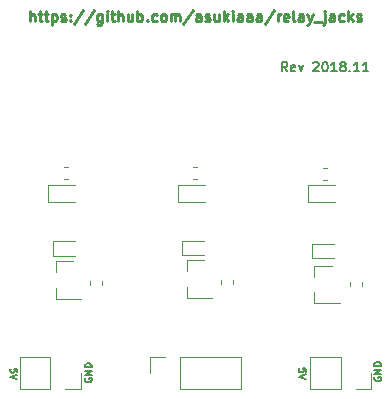
<source format=gbr>
G04 #@! TF.GenerationSoftware,KiCad,Pcbnew,5.0.1-33cea8e~68~ubuntu18.04.1*
G04 #@! TF.CreationDate,2018-11-09T17:01:54+09:00*
G04 #@! TF.ProjectId,relay_jacks,72656C61795F6A61636B732E6B696361,rev?*
G04 #@! TF.SameCoordinates,Original*
G04 #@! TF.FileFunction,Legend,Top*
G04 #@! TF.FilePolarity,Positive*
%FSLAX46Y46*%
G04 Gerber Fmt 4.6, Leading zero omitted, Abs format (unit mm)*
G04 Created by KiCad (PCBNEW 5.0.1-33cea8e~68~ubuntu18.04.1) date 2018年11月09日 17時01分54秒*
%MOMM*%
%LPD*%
G01*
G04 APERTURE LIST*
%ADD10C,0.200000*%
%ADD11C,0.225000*%
%ADD12C,0.150000*%
%ADD13C,0.120000*%
G04 APERTURE END LIST*
D10*
X96158447Y-93033804D02*
X95891780Y-92652852D01*
X95701304Y-93033804D02*
X95701304Y-92233804D01*
X96006066Y-92233804D01*
X96082257Y-92271900D01*
X96120352Y-92309995D01*
X96158447Y-92386185D01*
X96158447Y-92500471D01*
X96120352Y-92576661D01*
X96082257Y-92614757D01*
X96006066Y-92652852D01*
X95701304Y-92652852D01*
X96806066Y-92995709D02*
X96729876Y-93033804D01*
X96577495Y-93033804D01*
X96501304Y-92995709D01*
X96463209Y-92919519D01*
X96463209Y-92614757D01*
X96501304Y-92538566D01*
X96577495Y-92500471D01*
X96729876Y-92500471D01*
X96806066Y-92538566D01*
X96844161Y-92614757D01*
X96844161Y-92690947D01*
X96463209Y-92767138D01*
X97110828Y-92500471D02*
X97301304Y-93033804D01*
X97491780Y-92500471D01*
X98367971Y-92309995D02*
X98406066Y-92271900D01*
X98482257Y-92233804D01*
X98672733Y-92233804D01*
X98748923Y-92271900D01*
X98787019Y-92309995D01*
X98825114Y-92386185D01*
X98825114Y-92462376D01*
X98787019Y-92576661D01*
X98329876Y-93033804D01*
X98825114Y-93033804D01*
X99320352Y-92233804D02*
X99396542Y-92233804D01*
X99472733Y-92271900D01*
X99510828Y-92309995D01*
X99548923Y-92386185D01*
X99587019Y-92538566D01*
X99587019Y-92729042D01*
X99548923Y-92881423D01*
X99510828Y-92957614D01*
X99472733Y-92995709D01*
X99396542Y-93033804D01*
X99320352Y-93033804D01*
X99244161Y-92995709D01*
X99206066Y-92957614D01*
X99167971Y-92881423D01*
X99129876Y-92729042D01*
X99129876Y-92538566D01*
X99167971Y-92386185D01*
X99206066Y-92309995D01*
X99244161Y-92271900D01*
X99320352Y-92233804D01*
X100348923Y-93033804D02*
X99891780Y-93033804D01*
X100120352Y-93033804D02*
X100120352Y-92233804D01*
X100044161Y-92348090D01*
X99967971Y-92424280D01*
X99891780Y-92462376D01*
X100806066Y-92576661D02*
X100729876Y-92538566D01*
X100691780Y-92500471D01*
X100653685Y-92424280D01*
X100653685Y-92386185D01*
X100691780Y-92309995D01*
X100729876Y-92271900D01*
X100806066Y-92233804D01*
X100958447Y-92233804D01*
X101034638Y-92271900D01*
X101072733Y-92309995D01*
X101110828Y-92386185D01*
X101110828Y-92424280D01*
X101072733Y-92500471D01*
X101034638Y-92538566D01*
X100958447Y-92576661D01*
X100806066Y-92576661D01*
X100729876Y-92614757D01*
X100691780Y-92652852D01*
X100653685Y-92729042D01*
X100653685Y-92881423D01*
X100691780Y-92957614D01*
X100729876Y-92995709D01*
X100806066Y-93033804D01*
X100958447Y-93033804D01*
X101034638Y-92995709D01*
X101072733Y-92957614D01*
X101110828Y-92881423D01*
X101110828Y-92729042D01*
X101072733Y-92652852D01*
X101034638Y-92614757D01*
X100958447Y-92576661D01*
X101453685Y-92957614D02*
X101491780Y-92995709D01*
X101453685Y-93033804D01*
X101415590Y-92995709D01*
X101453685Y-92957614D01*
X101453685Y-93033804D01*
X102253685Y-93033804D02*
X101796542Y-93033804D01*
X102025114Y-93033804D02*
X102025114Y-92233804D01*
X101948923Y-92348090D01*
X101872733Y-92424280D01*
X101796542Y-92462376D01*
X103015590Y-93033804D02*
X102558447Y-93033804D01*
X102787019Y-93033804D02*
X102787019Y-92233804D01*
X102710828Y-92348090D01*
X102634638Y-92424280D01*
X102558447Y-92462376D01*
D11*
X74386442Y-88786442D02*
X74386442Y-87886442D01*
X74772157Y-88786442D02*
X74772157Y-88315014D01*
X74729299Y-88229300D01*
X74643585Y-88186442D01*
X74515014Y-88186442D01*
X74429299Y-88229300D01*
X74386442Y-88272157D01*
X75072157Y-88186442D02*
X75415014Y-88186442D01*
X75200728Y-87886442D02*
X75200728Y-88657871D01*
X75243585Y-88743585D01*
X75329299Y-88786442D01*
X75415014Y-88786442D01*
X75586442Y-88186442D02*
X75929299Y-88186442D01*
X75715014Y-87886442D02*
X75715014Y-88657871D01*
X75757871Y-88743585D01*
X75843585Y-88786442D01*
X75929299Y-88786442D01*
X76229299Y-88186442D02*
X76229299Y-89086442D01*
X76229299Y-88229300D02*
X76315014Y-88186442D01*
X76486442Y-88186442D01*
X76572157Y-88229300D01*
X76615014Y-88272157D01*
X76657871Y-88357871D01*
X76657871Y-88615014D01*
X76615014Y-88700728D01*
X76572157Y-88743585D01*
X76486442Y-88786442D01*
X76315014Y-88786442D01*
X76229299Y-88743585D01*
X77000728Y-88743585D02*
X77086442Y-88786442D01*
X77257871Y-88786442D01*
X77343585Y-88743585D01*
X77386442Y-88657871D01*
X77386442Y-88615014D01*
X77343585Y-88529300D01*
X77257871Y-88486442D01*
X77129299Y-88486442D01*
X77043585Y-88443585D01*
X77000728Y-88357871D01*
X77000728Y-88315014D01*
X77043585Y-88229300D01*
X77129299Y-88186442D01*
X77257871Y-88186442D01*
X77343585Y-88229300D01*
X77772157Y-88700728D02*
X77815014Y-88743585D01*
X77772157Y-88786442D01*
X77729299Y-88743585D01*
X77772157Y-88700728D01*
X77772157Y-88786442D01*
X77772157Y-88229300D02*
X77815014Y-88272157D01*
X77772157Y-88315014D01*
X77729299Y-88272157D01*
X77772157Y-88229300D01*
X77772157Y-88315014D01*
X78843585Y-87843585D02*
X78072157Y-89000728D01*
X79786442Y-87843585D02*
X79015014Y-89000728D01*
X80472157Y-88186442D02*
X80472157Y-88915014D01*
X80429299Y-89000728D01*
X80386442Y-89043585D01*
X80300728Y-89086442D01*
X80172157Y-89086442D01*
X80086442Y-89043585D01*
X80472157Y-88743585D02*
X80386442Y-88786442D01*
X80215014Y-88786442D01*
X80129299Y-88743585D01*
X80086442Y-88700728D01*
X80043585Y-88615014D01*
X80043585Y-88357871D01*
X80086442Y-88272157D01*
X80129299Y-88229300D01*
X80215014Y-88186442D01*
X80386442Y-88186442D01*
X80472157Y-88229300D01*
X80900728Y-88786442D02*
X80900728Y-88186442D01*
X80900728Y-87886442D02*
X80857871Y-87929300D01*
X80900728Y-87972157D01*
X80943585Y-87929300D01*
X80900728Y-87886442D01*
X80900728Y-87972157D01*
X81200728Y-88186442D02*
X81543585Y-88186442D01*
X81329299Y-87886442D02*
X81329299Y-88657871D01*
X81372157Y-88743585D01*
X81457871Y-88786442D01*
X81543585Y-88786442D01*
X81843585Y-88786442D02*
X81843585Y-87886442D01*
X82229299Y-88786442D02*
X82229299Y-88315014D01*
X82186442Y-88229300D01*
X82100728Y-88186442D01*
X81972157Y-88186442D01*
X81886442Y-88229300D01*
X81843585Y-88272157D01*
X83043585Y-88186442D02*
X83043585Y-88786442D01*
X82657871Y-88186442D02*
X82657871Y-88657871D01*
X82700728Y-88743585D01*
X82786442Y-88786442D01*
X82915014Y-88786442D01*
X83000728Y-88743585D01*
X83043585Y-88700728D01*
X83472157Y-88786442D02*
X83472157Y-87886442D01*
X83472157Y-88229300D02*
X83557871Y-88186442D01*
X83729299Y-88186442D01*
X83815014Y-88229300D01*
X83857871Y-88272157D01*
X83900728Y-88357871D01*
X83900728Y-88615014D01*
X83857871Y-88700728D01*
X83815014Y-88743585D01*
X83729299Y-88786442D01*
X83557871Y-88786442D01*
X83472157Y-88743585D01*
X84286442Y-88700728D02*
X84329299Y-88743585D01*
X84286442Y-88786442D01*
X84243585Y-88743585D01*
X84286442Y-88700728D01*
X84286442Y-88786442D01*
X85100728Y-88743585D02*
X85015014Y-88786442D01*
X84843585Y-88786442D01*
X84757871Y-88743585D01*
X84715014Y-88700728D01*
X84672157Y-88615014D01*
X84672157Y-88357871D01*
X84715014Y-88272157D01*
X84757871Y-88229300D01*
X84843585Y-88186442D01*
X85015014Y-88186442D01*
X85100728Y-88229300D01*
X85615014Y-88786442D02*
X85529299Y-88743585D01*
X85486442Y-88700728D01*
X85443585Y-88615014D01*
X85443585Y-88357871D01*
X85486442Y-88272157D01*
X85529299Y-88229300D01*
X85615014Y-88186442D01*
X85743585Y-88186442D01*
X85829299Y-88229300D01*
X85872157Y-88272157D01*
X85915014Y-88357871D01*
X85915014Y-88615014D01*
X85872157Y-88700728D01*
X85829299Y-88743585D01*
X85743585Y-88786442D01*
X85615014Y-88786442D01*
X86300728Y-88786442D02*
X86300728Y-88186442D01*
X86300728Y-88272157D02*
X86343585Y-88229300D01*
X86429300Y-88186442D01*
X86557871Y-88186442D01*
X86643585Y-88229300D01*
X86686442Y-88315014D01*
X86686442Y-88786442D01*
X86686442Y-88315014D02*
X86729300Y-88229300D01*
X86815014Y-88186442D01*
X86943585Y-88186442D01*
X87029300Y-88229300D01*
X87072157Y-88315014D01*
X87072157Y-88786442D01*
X88143585Y-87843585D02*
X87372157Y-89000728D01*
X88829300Y-88786442D02*
X88829300Y-88315014D01*
X88786442Y-88229300D01*
X88700728Y-88186442D01*
X88529300Y-88186442D01*
X88443585Y-88229300D01*
X88829300Y-88743585D02*
X88743585Y-88786442D01*
X88529300Y-88786442D01*
X88443585Y-88743585D01*
X88400728Y-88657871D01*
X88400728Y-88572157D01*
X88443585Y-88486442D01*
X88529300Y-88443585D01*
X88743585Y-88443585D01*
X88829300Y-88400728D01*
X89215014Y-88743585D02*
X89300728Y-88786442D01*
X89472157Y-88786442D01*
X89557871Y-88743585D01*
X89600728Y-88657871D01*
X89600728Y-88615014D01*
X89557871Y-88529300D01*
X89472157Y-88486442D01*
X89343585Y-88486442D01*
X89257871Y-88443585D01*
X89215014Y-88357871D01*
X89215014Y-88315014D01*
X89257871Y-88229300D01*
X89343585Y-88186442D01*
X89472157Y-88186442D01*
X89557871Y-88229300D01*
X90372157Y-88186442D02*
X90372157Y-88786442D01*
X89986442Y-88186442D02*
X89986442Y-88657871D01*
X90029300Y-88743585D01*
X90115014Y-88786442D01*
X90243585Y-88786442D01*
X90329300Y-88743585D01*
X90372157Y-88700728D01*
X90800728Y-88786442D02*
X90800728Y-87886442D01*
X90886442Y-88443585D02*
X91143585Y-88786442D01*
X91143585Y-88186442D02*
X90800728Y-88529300D01*
X91529300Y-88786442D02*
X91529300Y-88186442D01*
X91529300Y-87886442D02*
X91486442Y-87929300D01*
X91529300Y-87972157D01*
X91572157Y-87929300D01*
X91529300Y-87886442D01*
X91529300Y-87972157D01*
X92343585Y-88786442D02*
X92343585Y-88315014D01*
X92300728Y-88229300D01*
X92215014Y-88186442D01*
X92043585Y-88186442D01*
X91957871Y-88229300D01*
X92343585Y-88743585D02*
X92257871Y-88786442D01*
X92043585Y-88786442D01*
X91957871Y-88743585D01*
X91915014Y-88657871D01*
X91915014Y-88572157D01*
X91957871Y-88486442D01*
X92043585Y-88443585D01*
X92257871Y-88443585D01*
X92343585Y-88400728D01*
X93157871Y-88786442D02*
X93157871Y-88315014D01*
X93115014Y-88229300D01*
X93029300Y-88186442D01*
X92857871Y-88186442D01*
X92772157Y-88229300D01*
X93157871Y-88743585D02*
X93072157Y-88786442D01*
X92857871Y-88786442D01*
X92772157Y-88743585D01*
X92729300Y-88657871D01*
X92729300Y-88572157D01*
X92772157Y-88486442D01*
X92857871Y-88443585D01*
X93072157Y-88443585D01*
X93157871Y-88400728D01*
X93972157Y-88786442D02*
X93972157Y-88315014D01*
X93929300Y-88229300D01*
X93843585Y-88186442D01*
X93672157Y-88186442D01*
X93586442Y-88229300D01*
X93972157Y-88743585D02*
X93886442Y-88786442D01*
X93672157Y-88786442D01*
X93586442Y-88743585D01*
X93543585Y-88657871D01*
X93543585Y-88572157D01*
X93586442Y-88486442D01*
X93672157Y-88443585D01*
X93886442Y-88443585D01*
X93972157Y-88400728D01*
X95043585Y-87843585D02*
X94272157Y-89000728D01*
X95343585Y-88786442D02*
X95343585Y-88186442D01*
X95343585Y-88357871D02*
X95386442Y-88272157D01*
X95429299Y-88229300D01*
X95515014Y-88186442D01*
X95600728Y-88186442D01*
X96243585Y-88743585D02*
X96157871Y-88786442D01*
X95986442Y-88786442D01*
X95900728Y-88743585D01*
X95857871Y-88657871D01*
X95857871Y-88315014D01*
X95900728Y-88229300D01*
X95986442Y-88186442D01*
X96157871Y-88186442D01*
X96243585Y-88229300D01*
X96286442Y-88315014D01*
X96286442Y-88400728D01*
X95857871Y-88486442D01*
X96800728Y-88786442D02*
X96715014Y-88743585D01*
X96672157Y-88657871D01*
X96672157Y-87886442D01*
X97529299Y-88786442D02*
X97529299Y-88315014D01*
X97486442Y-88229300D01*
X97400728Y-88186442D01*
X97229299Y-88186442D01*
X97143585Y-88229300D01*
X97529299Y-88743585D02*
X97443585Y-88786442D01*
X97229299Y-88786442D01*
X97143585Y-88743585D01*
X97100728Y-88657871D01*
X97100728Y-88572157D01*
X97143585Y-88486442D01*
X97229299Y-88443585D01*
X97443585Y-88443585D01*
X97529299Y-88400728D01*
X97872157Y-88186442D02*
X98086442Y-88786442D01*
X98300728Y-88186442D02*
X98086442Y-88786442D01*
X98000728Y-89000728D01*
X97957871Y-89043585D01*
X97872157Y-89086442D01*
X98429299Y-88872157D02*
X99115014Y-88872157D01*
X99329299Y-88186442D02*
X99329299Y-88957871D01*
X99286442Y-89043585D01*
X99200728Y-89086442D01*
X99157871Y-89086442D01*
X99329299Y-87886442D02*
X99286442Y-87929300D01*
X99329299Y-87972157D01*
X99372157Y-87929300D01*
X99329299Y-87886442D01*
X99329299Y-87972157D01*
X100143585Y-88786442D02*
X100143585Y-88315014D01*
X100100728Y-88229300D01*
X100015014Y-88186442D01*
X99843585Y-88186442D01*
X99757871Y-88229300D01*
X100143585Y-88743585D02*
X100057871Y-88786442D01*
X99843585Y-88786442D01*
X99757871Y-88743585D01*
X99715014Y-88657871D01*
X99715014Y-88572157D01*
X99757871Y-88486442D01*
X99843585Y-88443585D01*
X100057871Y-88443585D01*
X100143585Y-88400728D01*
X100957871Y-88743585D02*
X100872157Y-88786442D01*
X100700728Y-88786442D01*
X100615014Y-88743585D01*
X100572157Y-88700728D01*
X100529299Y-88615014D01*
X100529299Y-88357871D01*
X100572157Y-88272157D01*
X100615014Y-88229300D01*
X100700728Y-88186442D01*
X100872157Y-88186442D01*
X100957871Y-88229300D01*
X101343585Y-88786442D02*
X101343585Y-87886442D01*
X101429299Y-88443585D02*
X101686442Y-88786442D01*
X101686442Y-88186442D02*
X101343585Y-88529300D01*
X102029299Y-88743585D02*
X102115014Y-88786442D01*
X102286442Y-88786442D01*
X102372157Y-88743585D01*
X102415014Y-88657871D01*
X102415014Y-88615014D01*
X102372157Y-88529300D01*
X102286442Y-88486442D01*
X102157871Y-88486442D01*
X102072157Y-88443585D01*
X102029299Y-88357871D01*
X102029299Y-88315014D01*
X102072157Y-88229300D01*
X102157871Y-88186442D01*
X102286442Y-88186442D01*
X102372157Y-88229300D01*
D12*
X97762971Y-118478314D02*
X97762971Y-118192600D01*
X97477257Y-118164028D01*
X97505828Y-118192600D01*
X97534400Y-118249742D01*
X97534400Y-118392600D01*
X97505828Y-118449742D01*
X97477257Y-118478314D01*
X97420114Y-118506885D01*
X97277257Y-118506885D01*
X97220114Y-118478314D01*
X97191542Y-118449742D01*
X97162971Y-118392600D01*
X97162971Y-118249742D01*
X97191542Y-118192600D01*
X97220114Y-118164028D01*
X97762971Y-118678314D02*
X97162971Y-118878314D01*
X97762971Y-119078314D01*
X103560600Y-118897342D02*
X103532028Y-118954485D01*
X103532028Y-119040200D01*
X103560600Y-119125914D01*
X103617742Y-119183057D01*
X103674885Y-119211628D01*
X103789171Y-119240200D01*
X103874885Y-119240200D01*
X103989171Y-119211628D01*
X104046314Y-119183057D01*
X104103457Y-119125914D01*
X104132028Y-119040200D01*
X104132028Y-118983057D01*
X104103457Y-118897342D01*
X104074885Y-118868771D01*
X103874885Y-118868771D01*
X103874885Y-118983057D01*
X104132028Y-118611628D02*
X103532028Y-118611628D01*
X104132028Y-118268771D01*
X103532028Y-118268771D01*
X104132028Y-117983057D02*
X103532028Y-117983057D01*
X103532028Y-117840200D01*
X103560600Y-117754485D01*
X103617742Y-117697342D01*
X103674885Y-117668771D01*
X103789171Y-117640200D01*
X103874885Y-117640200D01*
X103989171Y-117668771D01*
X104046314Y-117697342D01*
X104103457Y-117754485D01*
X104132028Y-117840200D01*
X104132028Y-117983057D01*
X73302771Y-118503714D02*
X73302771Y-118218000D01*
X73017057Y-118189428D01*
X73045628Y-118218000D01*
X73074200Y-118275142D01*
X73074200Y-118418000D01*
X73045628Y-118475142D01*
X73017057Y-118503714D01*
X72959914Y-118532285D01*
X72817057Y-118532285D01*
X72759914Y-118503714D01*
X72731342Y-118475142D01*
X72702771Y-118418000D01*
X72702771Y-118275142D01*
X72731342Y-118218000D01*
X72759914Y-118189428D01*
X73302771Y-118703714D02*
X72702771Y-118903714D01*
X73302771Y-119103714D01*
X79024200Y-118998942D02*
X78995628Y-119056085D01*
X78995628Y-119141800D01*
X79024200Y-119227514D01*
X79081342Y-119284657D01*
X79138485Y-119313228D01*
X79252771Y-119341800D01*
X79338485Y-119341800D01*
X79452771Y-119313228D01*
X79509914Y-119284657D01*
X79567057Y-119227514D01*
X79595628Y-119141800D01*
X79595628Y-119084657D01*
X79567057Y-118998942D01*
X79538485Y-118970371D01*
X79338485Y-118970371D01*
X79338485Y-119084657D01*
X79595628Y-118713228D02*
X78995628Y-118713228D01*
X79595628Y-118370371D01*
X78995628Y-118370371D01*
X79595628Y-118084657D02*
X78995628Y-118084657D01*
X78995628Y-117941800D01*
X79024200Y-117856085D01*
X79081342Y-117798942D01*
X79138485Y-117770371D01*
X79252771Y-117741800D01*
X79338485Y-117741800D01*
X79452771Y-117770371D01*
X79509914Y-117798942D01*
X79567057Y-117856085D01*
X79595628Y-117941800D01*
X79595628Y-118084657D01*
D13*
G04 #@! TO.C,D1*
X78192000Y-102633000D02*
X75907000Y-102633000D01*
X75907000Y-102633000D02*
X75907000Y-104103000D01*
X75907000Y-104103000D02*
X78192000Y-104103000D01*
G04 #@! TO.C,D2*
X76358100Y-107426000D02*
X76358100Y-108626000D01*
X78208100Y-107426000D02*
X76358100Y-107426000D01*
X78208100Y-108626000D02*
X76358100Y-108626000D01*
G04 #@! TO.C,J2*
X87096600Y-119897000D02*
X87096600Y-117237000D01*
X87096600Y-119897000D02*
X92236600Y-119897000D01*
X92236600Y-119897000D02*
X92236600Y-117237000D01*
X87096600Y-117237000D02*
X92236600Y-117237000D01*
X84496600Y-117237000D02*
X85826600Y-117237000D01*
X84496600Y-118567000D02*
X84496600Y-117237000D01*
G04 #@! TO.C,J3*
X76098400Y-117237000D02*
X76098400Y-119897000D01*
X76098400Y-117237000D02*
X73498400Y-117237000D01*
X73498400Y-117237000D02*
X73498400Y-119897000D01*
X76098400Y-119897000D02*
X73498400Y-119897000D01*
X78698400Y-119897000D02*
X77368400Y-119897000D01*
X78698400Y-118567000D02*
X78698400Y-119897000D01*
G04 #@! TO.C,J4*
X103286000Y-118567000D02*
X103286000Y-119897000D01*
X103286000Y-119897000D02*
X101956000Y-119897000D01*
X100686000Y-119897000D02*
X98086000Y-119897000D01*
X98086000Y-117237000D02*
X98086000Y-119897000D01*
X100686000Y-117237000D02*
X98086000Y-117237000D01*
X100686000Y-117237000D02*
X100686000Y-119897000D01*
G04 #@! TO.C,Q1*
X76570300Y-109100000D02*
X76570300Y-110030000D01*
X76570300Y-112260000D02*
X76570300Y-111330000D01*
X76570300Y-112260000D02*
X78730300Y-112260000D01*
X76570300Y-109100000D02*
X78030300Y-109100000D01*
G04 #@! TO.C,R1*
X77581879Y-101154000D02*
X77256321Y-101154000D01*
X77581879Y-102174000D02*
X77256321Y-102174000D01*
G04 #@! TO.C,R2*
X79423800Y-111096779D02*
X79423800Y-110771221D01*
X80443800Y-111096779D02*
X80443800Y-110771221D01*
G04 #@! TO.C,D3*
X89192000Y-102633000D02*
X86907000Y-102633000D01*
X86907000Y-102633000D02*
X86907000Y-104103000D01*
X86907000Y-104103000D02*
X89192000Y-104103000D01*
G04 #@! TO.C,D4*
X87227800Y-107350000D02*
X87227800Y-108550000D01*
X89077800Y-107350000D02*
X87227800Y-107350000D01*
X89077800Y-108550000D02*
X87227800Y-108550000D01*
G04 #@! TO.C,D5*
X97907000Y-104103000D02*
X100192000Y-104103000D01*
X97907000Y-102633000D02*
X97907000Y-104103000D01*
X100192000Y-102633000D02*
X97907000Y-102633000D01*
G04 #@! TO.C,D6*
X100077500Y-108829000D02*
X98227500Y-108829000D01*
X100077500Y-107629000D02*
X98227500Y-107629000D01*
X98227500Y-107629000D02*
X98227500Y-108829000D01*
G04 #@! TO.C,Q2*
X87644700Y-109024000D02*
X87644700Y-109954000D01*
X87644700Y-112184000D02*
X87644700Y-111254000D01*
X87644700Y-112184000D02*
X89804700Y-112184000D01*
X87644700Y-109024000D02*
X89104700Y-109024000D01*
G04 #@! TO.C,Q3*
X98465100Y-109494000D02*
X99925100Y-109494000D01*
X98465100Y-112654000D02*
X100625100Y-112654000D01*
X98465100Y-112654000D02*
X98465100Y-111724000D01*
X98465100Y-109494000D02*
X98465100Y-110424000D01*
G04 #@! TO.C,R3*
X91569000Y-110995779D02*
X91569000Y-110670221D01*
X90549000Y-110995779D02*
X90549000Y-110670221D01*
G04 #@! TO.C,R4*
X88529379Y-102174000D02*
X88203821Y-102174000D01*
X88529379Y-101154000D02*
X88203821Y-101154000D01*
G04 #@! TO.C,R5*
X102504000Y-111198779D02*
X102504000Y-110873221D01*
X101484000Y-111198779D02*
X101484000Y-110873221D01*
G04 #@! TO.C,R6*
X99540279Y-102224000D02*
X99214721Y-102224000D01*
X99540279Y-101204000D02*
X99214721Y-101204000D01*
G04 #@! TD*
M02*

</source>
